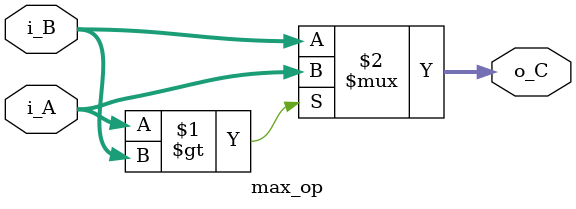
<source format=v>


module n1_cluster_vMAX (
        clk,
        i_vals,
        i_partial_sum,
        i_op,
        o_res
    );

    parameter N  = 16;
    parameter Tn = 16;
    parameter N_OPS = 1;

    input                       clk;
    input [N_OPS-1:0]           i_op;

    input   [Tn*Tn*N-1:0]       i_vals;
    input   [Tn*N-1:0]          i_partial_sum;
    output  [Tn*N-1:0]          o_res;

    wire    [Tn*Tn*N-1:0]       swizzle_vals;
    wire    [Tn*N-1:0]          addr_tree_out;
    wire    [Tn*N-1:0]          max_tree_out;

    wire [ (Tn*N-1) : 0 ]       partial_sum_out; // 1 bus from partial sum add
    wire [ (Tn*N-1) : 0 ]       partial_max_out; // 1 bus from partial sum add

    // i_op == 0: Sum
    // i_op == 1: Max
    
    // Output
    assign o_res = (i_op) ? (partial_max_out) : (partial_sum_out);


    // Swizzle
    genvar i;
    generate
        for(i=0; i<Tn*Tn; i=i+1) begin : SWIZ
            assign swizzle_vals [ (i+1)*N - 1: i*N ] = i_vals[ (i*N*Tn) % (Tn*Tn*N) + N*(i/N) + (N-1) : (i*N*Tn) % (Tn*Tn*N) + N*(i/N) ];
        end
    endgenerate

    
    // Create the Tn adder/max trees (single internal pipe reg)
    generate
        for(i=0; i<Tn; i=i+1) begin : ADDER_MAX_TREES
            adder_max_tree TREE (
                clk,
                swizzle_vals[ (i+1)*Tn*N - 1 : i*Tn*N ],
                i_op,
                addr_tree_out[ (i+1)*N-1 : i*N ],
                max_tree_out[ (i+1)*N-1 : i*N ]
            );
        end
    endgenerate

    // Add the partial sum at the end
    generate
        for(i=0; i<Tn; i=i+1) begin : ACCUMULATORS
            m_addr L4_A (
                addr_tree_out   [ (i+1)*N - 1 : i*N ],
                i_partial_sum   [ (i+1)*N - 1 : i*N ],
                partial_sum_out [ (i+1)*N - 1 : i*N ]
            );
        end
    endgenerate
    
    // Compute the partial max at the end
    generate
        for(i=0; i<Tn; i=i+1) begin : FINAL_MAX
            max_op L4_M (
                max_tree_out    [ (i+1)*N - 1 : i*N ],
                i_partial_sum   [ (i+1)*N - 1 : i*N ],
                partial_max_out [ (i+1)*N - 1 : i*N ]
            );
        end
    endgenerate

endmodule

module adder_max_tree (
        clk,
        i_vals,
        i_op,
        o_addr_res,
        o_max_res
    );

    parameter N = 16;
    parameter Tn = 16;
    parameter NxTn = 256;
    parameter N_OPS = 1;

    input                           clk;
    input [N_OPS-1:0]               i_op;

    input   [NxTn-1:0]              i_vals;
    output  [N-1:0]                 o_addr_res;
    output  [N-1:0]                 o_max_res;

    //----------- Internal Signals ---------------//

    // Adder tree connection wires
    wire [ (NxTn/2)-1 : 0 ]        level_0_addr_out;    // 8 buses
    wire [ (NxTn/4)-1 : 0 ]        level_1_addr_out;    // 4 busses
    wire [ (NxTn/8)-1 : 0 ]        level_2_addr_out;    // 2 busses
    wire [ (NxTn/16)-1 : 0 ]       level_3_addr_out;    // 1 bus
    
    wire [ (NxTn/2)-1 : 0 ]        level_0_max_out;    // 8 buses
    wire [ (NxTn/4)-1 : 0 ]        level_1_max_out;    // 4 busses
    wire [ (NxTn/8)-1 : 0 ]        level_2_max_out;    // 2 busses
    wire [ (NxTn/16)-1 : 0 ]       level_3_max_out;    // 1 bus

    reg  [ (NxTn/4)-1 : 0]          level_1_reg;
    wire [ (NxTn/4)-1 : 0 ]         op_to_reg;
    
    // Output
    assign o_addr_res   = level_3_addr_out;
    assign o_max_res    = level_3_max_out;

    // Select addr or max to write to internal pip reg
    assign op_to_reg    = (i_op) ? (level_1_max_out) : (level_1_addr_out);

    always @(posedge clk) begin
        level_1_reg     <= op_to_reg;
    end

    //---------- Adder Tree ------------/
    // Construct the adder tree
    adder_array #(.W(8), .N(16)) L0_A (i_vals, level_0_addr_out);
    adder_array #(.W(4), .N(16)) L1_A (level_0_addr_out, level_1_addr_out); // Separated here with pipeline reg
    adder_array #(.W(2), .N(16)) L2_A (level_1_reg, level_2_addr_out);      // ---
    adder_array #(.W(1), .N(16)) L3_A (level_2_addr_out, level_3_addr_out);
    
    //------------ Max Tree -------------/
    // Construct the max tree
    max_array #(.W(8), .N(16)) L0_M (i_vals, level_0_max_out);
    max_array #(.W(4), .N(16)) L1_M (level_0_max_out, level_1_max_out); // Separated here with pipeline reg
    max_array #(.W(2), .N(16)) L2_M (level_1_reg, level_2_max_out); // ---
    max_array #(.W(1), .N(16)) L3_M (level_2_max_out, level_3_max_out); 
   

endmodule



module adder_array (
        i_vals,
        o_res
    );
    
    parameter W = 8;
    parameter N = 16;

    input   [(2*W*N) - 1 : 0]       i_vals;
    output  [(W*N) - 1 : 0]   o_res;


    // Create W adders and add each pair of values from i_vals and store in o_res 
    // (e.g., [0]+[1], [2]+[3] ... [W-2]+[W-1] )
    genvar j;
    generate
        for(j=0; j<W; j=j+1) begin : Level1_i
            m_addr ADD_ARRAY (
                    i_vals  [ ((2*j)+1)*N - 1 : (2*j)*N       ],
                    i_vals  [ ((2*j)+2)*N - 1 : ( (2*j)+1 )*N ],
                    o_res   [ (j+1)*N - 1     : j*N           ]
            );
        end
    endgenerate 


endmodule

module max_array(
        i_vals,
        o_res
    );

    parameter W = 8;
    parameter N = 16;

    input   [(2*W*N) - 1 : 0] i_vals;
    output  [(W*N) - 1 : 0]   o_res;

    // Create W max ops for each pair of values from i_vals and store in o_res
    // (e.g., [0]>[1], [2]>[3] ... [W-2]>[W-1] )
    genvar j;
    generate
        for(j=0; j<W; j=j+1) begin : adder_array
            max_op MAX_ARRAY (
                    i_vals  [ ((2*j)+1)*N - 1 : (2*j)*N     ],
                    i_vals  [ ((2*j)+2)*N - 1 : ((2*j)+1)*N ],
                    o_res   [ (j+1)*N - 1     : j*N         ]
            ); 
        end
    endgenerate

endmodule

module max_op (
        i_A,
        i_B,
        o_C
    );

    parameter N = 16;

    input   [N-1:0]     i_A, i_B;
    output  [N-1:0]     o_C;

    assign o_C = (i_A > i_B) ? (i_A) : (i_B);


endmodule    


</source>
